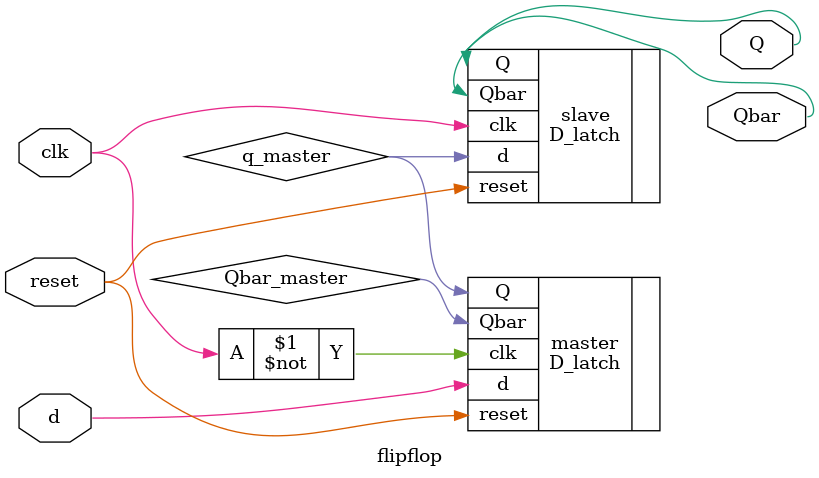
<source format=sv>
`timescale 1ns / 1ps

module flipflop(
    input logic clk,
    input logic reset,
    input logic d,
    output logic Q,
    output logic Qbar
);

 logic q_master,Qbar_master;

D_latch master (
    .d(d),                 // Data input
    .clk(~clk),             // Enable controlled by inverted clock (transparent when clk is low)
    .reset(reset),             // Active high reset
    .Q(q_master),
    .Qbar(Qbar_master)           // Master latch output
);

// Slave latch
D_latch slave (
    .d(q_master),          // Data input from master latch
    .clk(clk),              // Enable controlled by clock (transparent when clk is high)
    .reset(reset),             // Active high reset
    .Q(Q),
    .Qbar(Qbar)                  // Final output
);



endmodule

</source>
